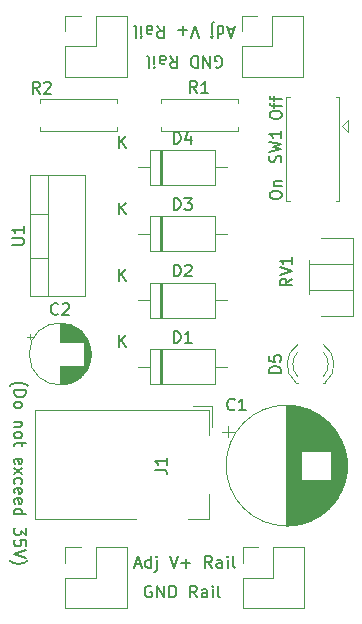
<source format=gto>
G04 #@! TF.GenerationSoftware,KiCad,Pcbnew,(5.1.4)-1*
G04 #@! TF.CreationDate,2021-12-08T14:09:57-07:00*
G04 #@! TF.ProjectId,BreadBoard PS Variable,42726561-6442-46f6-9172-642050532056,2*
G04 #@! TF.SameCoordinates,Original*
G04 #@! TF.FileFunction,Legend,Top*
G04 #@! TF.FilePolarity,Positive*
%FSLAX46Y46*%
G04 Gerber Fmt 4.6, Leading zero omitted, Abs format (unit mm)*
G04 Created by KiCad (PCBNEW (5.1.4)-1) date 2021-12-08 14:09:57*
%MOMM*%
%LPD*%
G04 APERTURE LIST*
%ADD10C,0.150000*%
%ADD11C,0.120000*%
G04 APERTURE END LIST*
D10*
X160298876Y-74115633D02*
X159822685Y-74115633D01*
X160394114Y-73829919D02*
X160060780Y-74829919D01*
X159727447Y-73829919D01*
X158965542Y-73829919D02*
X158965542Y-74829919D01*
X158965542Y-73877538D02*
X159060780Y-73829919D01*
X159251257Y-73829919D01*
X159346495Y-73877538D01*
X159394114Y-73925157D01*
X159441733Y-74020395D01*
X159441733Y-74306109D01*
X159394114Y-74401347D01*
X159346495Y-74448966D01*
X159251257Y-74496585D01*
X159060780Y-74496585D01*
X158965542Y-74448966D01*
X158489352Y-74496585D02*
X158489352Y-73639442D01*
X158536971Y-73544204D01*
X158632209Y-73496585D01*
X158679828Y-73496585D01*
X158489352Y-74829919D02*
X158536971Y-74782300D01*
X158489352Y-74734680D01*
X158441733Y-74782300D01*
X158489352Y-74829919D01*
X158489352Y-74734680D01*
X157394114Y-74829919D02*
X157060780Y-73829919D01*
X156727447Y-74829919D01*
X156394114Y-74210871D02*
X155632209Y-74210871D01*
X156013161Y-73829919D02*
X156013161Y-74591823D01*
X153822685Y-73829919D02*
X154156019Y-74306109D01*
X154394114Y-73829919D02*
X154394114Y-74829919D01*
X154013161Y-74829919D01*
X153917923Y-74782300D01*
X153870304Y-74734680D01*
X153822685Y-74639442D01*
X153822685Y-74496585D01*
X153870304Y-74401347D01*
X153917923Y-74353728D01*
X154013161Y-74306109D01*
X154394114Y-74306109D01*
X152965542Y-73829919D02*
X152965542Y-74353728D01*
X153013161Y-74448966D01*
X153108400Y-74496585D01*
X153298876Y-74496585D01*
X153394114Y-74448966D01*
X152965542Y-73877538D02*
X153060780Y-73829919D01*
X153298876Y-73829919D01*
X153394114Y-73877538D01*
X153441733Y-73972776D01*
X153441733Y-74068014D01*
X153394114Y-74163252D01*
X153298876Y-74210871D01*
X153060780Y-74210871D01*
X152965542Y-74258490D01*
X152489352Y-73829919D02*
X152489352Y-74496585D01*
X152489352Y-74829919D02*
X152536971Y-74782300D01*
X152489352Y-74734680D01*
X152441733Y-74782300D01*
X152489352Y-74829919D01*
X152489352Y-74734680D01*
X151870304Y-73829919D02*
X151965542Y-73877538D01*
X152013161Y-73972776D01*
X152013161Y-74829919D01*
X158792538Y-77335000D02*
X158887776Y-77382619D01*
X159030633Y-77382619D01*
X159173490Y-77335000D01*
X159268728Y-77239761D01*
X159316347Y-77144523D01*
X159363966Y-76954047D01*
X159363966Y-76811190D01*
X159316347Y-76620714D01*
X159268728Y-76525476D01*
X159173490Y-76430238D01*
X159030633Y-76382619D01*
X158935395Y-76382619D01*
X158792538Y-76430238D01*
X158744919Y-76477857D01*
X158744919Y-76811190D01*
X158935395Y-76811190D01*
X158316347Y-76382619D02*
X158316347Y-77382619D01*
X157744919Y-76382619D01*
X157744919Y-77382619D01*
X157268728Y-76382619D02*
X157268728Y-77382619D01*
X157030633Y-77382619D01*
X156887776Y-77335000D01*
X156792538Y-77239761D01*
X156744919Y-77144523D01*
X156697300Y-76954047D01*
X156697300Y-76811190D01*
X156744919Y-76620714D01*
X156792538Y-76525476D01*
X156887776Y-76430238D01*
X157030633Y-76382619D01*
X157268728Y-76382619D01*
X154935395Y-76382619D02*
X155268728Y-76858809D01*
X155506823Y-76382619D02*
X155506823Y-77382619D01*
X155125871Y-77382619D01*
X155030633Y-77335000D01*
X154983014Y-77287380D01*
X154935395Y-77192142D01*
X154935395Y-77049285D01*
X154983014Y-76954047D01*
X155030633Y-76906428D01*
X155125871Y-76858809D01*
X155506823Y-76858809D01*
X154078252Y-76382619D02*
X154078252Y-76906428D01*
X154125871Y-77001666D01*
X154221109Y-77049285D01*
X154411585Y-77049285D01*
X154506823Y-77001666D01*
X154078252Y-76430238D02*
X154173490Y-76382619D01*
X154411585Y-76382619D01*
X154506823Y-76430238D01*
X154554442Y-76525476D01*
X154554442Y-76620714D01*
X154506823Y-76715952D01*
X154411585Y-76763571D01*
X154173490Y-76763571D01*
X154078252Y-76811190D01*
X153602061Y-76382619D02*
X153602061Y-77049285D01*
X153602061Y-77382619D02*
X153649680Y-77335000D01*
X153602061Y-77287380D01*
X153554442Y-77335000D01*
X153602061Y-77382619D01*
X153602061Y-77287380D01*
X152983014Y-76382619D02*
X153078252Y-76430238D01*
X153125871Y-76525476D01*
X153125871Y-77382619D01*
X153360761Y-121267600D02*
X153265523Y-121219980D01*
X153122666Y-121219980D01*
X152979809Y-121267600D01*
X152884571Y-121362838D01*
X152836952Y-121458076D01*
X152789333Y-121648552D01*
X152789333Y-121791409D01*
X152836952Y-121981885D01*
X152884571Y-122077123D01*
X152979809Y-122172361D01*
X153122666Y-122219980D01*
X153217904Y-122219980D01*
X153360761Y-122172361D01*
X153408380Y-122124742D01*
X153408380Y-121791409D01*
X153217904Y-121791409D01*
X153836952Y-122219980D02*
X153836952Y-121219980D01*
X154408380Y-122219980D01*
X154408380Y-121219980D01*
X154884571Y-122219980D02*
X154884571Y-121219980D01*
X155122666Y-121219980D01*
X155265523Y-121267600D01*
X155360761Y-121362838D01*
X155408380Y-121458076D01*
X155456000Y-121648552D01*
X155456000Y-121791409D01*
X155408380Y-121981885D01*
X155360761Y-122077123D01*
X155265523Y-122172361D01*
X155122666Y-122219980D01*
X154884571Y-122219980D01*
X157217904Y-122219980D02*
X156884571Y-121743790D01*
X156646476Y-122219980D02*
X156646476Y-121219980D01*
X157027428Y-121219980D01*
X157122666Y-121267600D01*
X157170285Y-121315219D01*
X157217904Y-121410457D01*
X157217904Y-121553314D01*
X157170285Y-121648552D01*
X157122666Y-121696171D01*
X157027428Y-121743790D01*
X156646476Y-121743790D01*
X158075047Y-122219980D02*
X158075047Y-121696171D01*
X158027428Y-121600933D01*
X157932190Y-121553314D01*
X157741714Y-121553314D01*
X157646476Y-121600933D01*
X158075047Y-122172361D02*
X157979809Y-122219980D01*
X157741714Y-122219980D01*
X157646476Y-122172361D01*
X157598857Y-122077123D01*
X157598857Y-121981885D01*
X157646476Y-121886647D01*
X157741714Y-121839028D01*
X157979809Y-121839028D01*
X158075047Y-121791409D01*
X158551238Y-122219980D02*
X158551238Y-121553314D01*
X158551238Y-121219980D02*
X158503619Y-121267600D01*
X158551238Y-121315219D01*
X158598857Y-121267600D01*
X158551238Y-121219980D01*
X158551238Y-121315219D01*
X159170285Y-122219980D02*
X159075047Y-122172361D01*
X159027428Y-122077123D01*
X159027428Y-121219980D01*
X151994123Y-119432366D02*
X152470314Y-119432366D01*
X151898885Y-119718080D02*
X152232219Y-118718080D01*
X152565552Y-119718080D01*
X153327457Y-119718080D02*
X153327457Y-118718080D01*
X153327457Y-119670461D02*
X153232219Y-119718080D01*
X153041742Y-119718080D01*
X152946504Y-119670461D01*
X152898885Y-119622842D01*
X152851266Y-119527604D01*
X152851266Y-119241890D01*
X152898885Y-119146652D01*
X152946504Y-119099033D01*
X153041742Y-119051414D01*
X153232219Y-119051414D01*
X153327457Y-119099033D01*
X153803647Y-119051414D02*
X153803647Y-119908557D01*
X153756028Y-120003795D01*
X153660790Y-120051414D01*
X153613171Y-120051414D01*
X153803647Y-118718080D02*
X153756028Y-118765700D01*
X153803647Y-118813319D01*
X153851266Y-118765700D01*
X153803647Y-118718080D01*
X153803647Y-118813319D01*
X154898885Y-118718080D02*
X155232219Y-119718080D01*
X155565552Y-118718080D01*
X155898885Y-119337128D02*
X156660790Y-119337128D01*
X156279838Y-119718080D02*
X156279838Y-118956176D01*
X158470314Y-119718080D02*
X158136980Y-119241890D01*
X157898885Y-119718080D02*
X157898885Y-118718080D01*
X158279838Y-118718080D01*
X158375076Y-118765700D01*
X158422695Y-118813319D01*
X158470314Y-118908557D01*
X158470314Y-119051414D01*
X158422695Y-119146652D01*
X158375076Y-119194271D01*
X158279838Y-119241890D01*
X157898885Y-119241890D01*
X159327457Y-119718080D02*
X159327457Y-119194271D01*
X159279838Y-119099033D01*
X159184600Y-119051414D01*
X158994123Y-119051414D01*
X158898885Y-119099033D01*
X159327457Y-119670461D02*
X159232219Y-119718080D01*
X158994123Y-119718080D01*
X158898885Y-119670461D01*
X158851266Y-119575223D01*
X158851266Y-119479985D01*
X158898885Y-119384747D01*
X158994123Y-119337128D01*
X159232219Y-119337128D01*
X159327457Y-119289509D01*
X159803647Y-119718080D02*
X159803647Y-119051414D01*
X159803647Y-118718080D02*
X159756028Y-118765700D01*
X159803647Y-118813319D01*
X159851266Y-118765700D01*
X159803647Y-118718080D01*
X159803647Y-118813319D01*
X160422695Y-119718080D02*
X160327457Y-119670461D01*
X160279838Y-119575223D01*
X160279838Y-118718080D01*
X141343166Y-104328247D02*
X141390785Y-104280628D01*
X141533642Y-104185390D01*
X141628880Y-104137771D01*
X141771738Y-104090152D01*
X142009833Y-104042533D01*
X142200309Y-104042533D01*
X142438404Y-104090152D01*
X142581261Y-104137771D01*
X142676500Y-104185390D01*
X142819357Y-104280628D01*
X142866976Y-104328247D01*
X141724119Y-104709200D02*
X142724119Y-104709200D01*
X142724119Y-104947295D01*
X142676500Y-105090152D01*
X142581261Y-105185390D01*
X142486023Y-105233009D01*
X142295547Y-105280628D01*
X142152690Y-105280628D01*
X141962214Y-105233009D01*
X141866976Y-105185390D01*
X141771738Y-105090152D01*
X141724119Y-104947295D01*
X141724119Y-104709200D01*
X141724119Y-105852057D02*
X141771738Y-105756819D01*
X141819357Y-105709200D01*
X141914595Y-105661580D01*
X142200309Y-105661580D01*
X142295547Y-105709200D01*
X142343166Y-105756819D01*
X142390785Y-105852057D01*
X142390785Y-105994914D01*
X142343166Y-106090152D01*
X142295547Y-106137771D01*
X142200309Y-106185390D01*
X141914595Y-106185390D01*
X141819357Y-106137771D01*
X141771738Y-106090152D01*
X141724119Y-105994914D01*
X141724119Y-105852057D01*
X142390785Y-107375866D02*
X141724119Y-107375866D01*
X142295547Y-107375866D02*
X142343166Y-107423485D01*
X142390785Y-107518723D01*
X142390785Y-107661580D01*
X142343166Y-107756819D01*
X142247928Y-107804438D01*
X141724119Y-107804438D01*
X141724119Y-108423485D02*
X141771738Y-108328247D01*
X141819357Y-108280628D01*
X141914595Y-108233009D01*
X142200309Y-108233009D01*
X142295547Y-108280628D01*
X142343166Y-108328247D01*
X142390785Y-108423485D01*
X142390785Y-108566342D01*
X142343166Y-108661580D01*
X142295547Y-108709200D01*
X142200309Y-108756819D01*
X141914595Y-108756819D01*
X141819357Y-108709200D01*
X141771738Y-108661580D01*
X141724119Y-108566342D01*
X141724119Y-108423485D01*
X142390785Y-109042533D02*
X142390785Y-109423485D01*
X142724119Y-109185390D02*
X141866976Y-109185390D01*
X141771738Y-109233009D01*
X141724119Y-109328247D01*
X141724119Y-109423485D01*
X141771738Y-110899676D02*
X141724119Y-110804438D01*
X141724119Y-110613961D01*
X141771738Y-110518723D01*
X141866976Y-110471104D01*
X142247928Y-110471104D01*
X142343166Y-110518723D01*
X142390785Y-110613961D01*
X142390785Y-110804438D01*
X142343166Y-110899676D01*
X142247928Y-110947295D01*
X142152690Y-110947295D01*
X142057452Y-110471104D01*
X141724119Y-111280628D02*
X142390785Y-111804438D01*
X142390785Y-111280628D02*
X141724119Y-111804438D01*
X141771738Y-112613961D02*
X141724119Y-112518723D01*
X141724119Y-112328247D01*
X141771738Y-112233009D01*
X141819357Y-112185390D01*
X141914595Y-112137771D01*
X142200309Y-112137771D01*
X142295547Y-112185390D01*
X142343166Y-112233009D01*
X142390785Y-112328247D01*
X142390785Y-112518723D01*
X142343166Y-112613961D01*
X141771738Y-113423485D02*
X141724119Y-113328247D01*
X141724119Y-113137771D01*
X141771738Y-113042533D01*
X141866976Y-112994914D01*
X142247928Y-112994914D01*
X142343166Y-113042533D01*
X142390785Y-113137771D01*
X142390785Y-113328247D01*
X142343166Y-113423485D01*
X142247928Y-113471104D01*
X142152690Y-113471104D01*
X142057452Y-112994914D01*
X141771738Y-114280628D02*
X141724119Y-114185390D01*
X141724119Y-113994914D01*
X141771738Y-113899676D01*
X141866976Y-113852057D01*
X142247928Y-113852057D01*
X142343166Y-113899676D01*
X142390785Y-113994914D01*
X142390785Y-114185390D01*
X142343166Y-114280628D01*
X142247928Y-114328247D01*
X142152690Y-114328247D01*
X142057452Y-113852057D01*
X141724119Y-115185390D02*
X142724119Y-115185390D01*
X141771738Y-115185390D02*
X141724119Y-115090152D01*
X141724119Y-114899676D01*
X141771738Y-114804438D01*
X141819357Y-114756819D01*
X141914595Y-114709200D01*
X142200309Y-114709200D01*
X142295547Y-114756819D01*
X142343166Y-114804438D01*
X142390785Y-114899676D01*
X142390785Y-115090152D01*
X142343166Y-115185390D01*
X142724119Y-116328247D02*
X142724119Y-116947295D01*
X142343166Y-116613961D01*
X142343166Y-116756819D01*
X142295547Y-116852057D01*
X142247928Y-116899676D01*
X142152690Y-116947295D01*
X141914595Y-116947295D01*
X141819357Y-116899676D01*
X141771738Y-116852057D01*
X141724119Y-116756819D01*
X141724119Y-116471104D01*
X141771738Y-116375866D01*
X141819357Y-116328247D01*
X142724119Y-117852057D02*
X142724119Y-117375866D01*
X142247928Y-117328247D01*
X142295547Y-117375866D01*
X142343166Y-117471104D01*
X142343166Y-117709200D01*
X142295547Y-117804438D01*
X142247928Y-117852057D01*
X142152690Y-117899676D01*
X141914595Y-117899676D01*
X141819357Y-117852057D01*
X141771738Y-117804438D01*
X141724119Y-117709200D01*
X141724119Y-117471104D01*
X141771738Y-117375866D01*
X141819357Y-117328247D01*
X142724119Y-118185390D02*
X141724119Y-118518723D01*
X142724119Y-118852057D01*
X141343166Y-119090152D02*
X141390785Y-119137771D01*
X141533642Y-119233009D01*
X141628880Y-119280628D01*
X141771738Y-119328247D01*
X142009833Y-119375866D01*
X142200309Y-119375866D01*
X142438404Y-119328247D01*
X142581261Y-119280628D01*
X142676500Y-119233009D01*
X142819357Y-119137771D01*
X142866976Y-119090152D01*
X163383980Y-81464066D02*
X163383980Y-81273590D01*
X163431600Y-81178352D01*
X163526838Y-81083114D01*
X163717314Y-81035495D01*
X164050647Y-81035495D01*
X164241123Y-81083114D01*
X164336361Y-81178352D01*
X164383980Y-81273590D01*
X164383980Y-81464066D01*
X164336361Y-81559304D01*
X164241123Y-81654542D01*
X164050647Y-81702161D01*
X163717314Y-81702161D01*
X163526838Y-81654542D01*
X163431600Y-81559304D01*
X163383980Y-81464066D01*
X163717314Y-80749780D02*
X163717314Y-80368828D01*
X164383980Y-80606923D02*
X163526838Y-80606923D01*
X163431600Y-80559304D01*
X163383980Y-80464066D01*
X163383980Y-80368828D01*
X163717314Y-80178352D02*
X163717314Y-79797400D01*
X164383980Y-80035495D02*
X163526838Y-80035495D01*
X163431600Y-79987876D01*
X163383980Y-79892638D01*
X163383980Y-79797400D01*
X163371280Y-88253819D02*
X163371280Y-88063342D01*
X163418900Y-87968104D01*
X163514138Y-87872866D01*
X163704614Y-87825247D01*
X164037947Y-87825247D01*
X164228423Y-87872866D01*
X164323661Y-87968104D01*
X164371280Y-88063342D01*
X164371280Y-88253819D01*
X164323661Y-88349057D01*
X164228423Y-88444295D01*
X164037947Y-88491914D01*
X163704614Y-88491914D01*
X163514138Y-88444295D01*
X163418900Y-88349057D01*
X163371280Y-88253819D01*
X163704614Y-87396676D02*
X164371280Y-87396676D01*
X163799852Y-87396676D02*
X163752233Y-87349057D01*
X163704614Y-87253819D01*
X163704614Y-87110961D01*
X163752233Y-87015723D01*
X163847471Y-86968104D01*
X164371280Y-86968104D01*
D11*
X143072825Y-99887700D02*
X143072825Y-100387700D01*
X142822825Y-100137700D02*
X143322825Y-100137700D01*
X148228600Y-101328700D02*
X148228600Y-101896700D01*
X148188600Y-101094700D02*
X148188600Y-102130700D01*
X148148600Y-100935700D02*
X148148600Y-102289700D01*
X148108600Y-100807700D02*
X148108600Y-102417700D01*
X148068600Y-100697700D02*
X148068600Y-102527700D01*
X148028600Y-100601700D02*
X148028600Y-102623700D01*
X147988600Y-100514700D02*
X147988600Y-102710700D01*
X147948600Y-100434700D02*
X147948600Y-102790700D01*
X147908600Y-100361700D02*
X147908600Y-102863700D01*
X147868600Y-100293700D02*
X147868600Y-102931700D01*
X147828600Y-100229700D02*
X147828600Y-102995700D01*
X147788600Y-100169700D02*
X147788600Y-103055700D01*
X147748600Y-100112700D02*
X147748600Y-103112700D01*
X147708600Y-100058700D02*
X147708600Y-103166700D01*
X147668600Y-100007700D02*
X147668600Y-103217700D01*
X147628600Y-102652700D02*
X147628600Y-103265700D01*
X147628600Y-99959700D02*
X147628600Y-100572700D01*
X147588600Y-102652700D02*
X147588600Y-103311700D01*
X147588600Y-99913700D02*
X147588600Y-100572700D01*
X147548600Y-102652700D02*
X147548600Y-103355700D01*
X147548600Y-99869700D02*
X147548600Y-100572700D01*
X147508600Y-102652700D02*
X147508600Y-103397700D01*
X147508600Y-99827700D02*
X147508600Y-100572700D01*
X147468600Y-102652700D02*
X147468600Y-103438700D01*
X147468600Y-99786700D02*
X147468600Y-100572700D01*
X147428600Y-102652700D02*
X147428600Y-103476700D01*
X147428600Y-99748700D02*
X147428600Y-100572700D01*
X147388600Y-102652700D02*
X147388600Y-103513700D01*
X147388600Y-99711700D02*
X147388600Y-100572700D01*
X147348600Y-102652700D02*
X147348600Y-103549700D01*
X147348600Y-99675700D02*
X147348600Y-100572700D01*
X147308600Y-102652700D02*
X147308600Y-103583700D01*
X147308600Y-99641700D02*
X147308600Y-100572700D01*
X147268600Y-102652700D02*
X147268600Y-103616700D01*
X147268600Y-99608700D02*
X147268600Y-100572700D01*
X147228600Y-102652700D02*
X147228600Y-103647700D01*
X147228600Y-99577700D02*
X147228600Y-100572700D01*
X147188600Y-102652700D02*
X147188600Y-103677700D01*
X147188600Y-99547700D02*
X147188600Y-100572700D01*
X147148600Y-102652700D02*
X147148600Y-103707700D01*
X147148600Y-99517700D02*
X147148600Y-100572700D01*
X147108600Y-102652700D02*
X147108600Y-103734700D01*
X147108600Y-99490700D02*
X147108600Y-100572700D01*
X147068600Y-102652700D02*
X147068600Y-103761700D01*
X147068600Y-99463700D02*
X147068600Y-100572700D01*
X147028600Y-102652700D02*
X147028600Y-103787700D01*
X147028600Y-99437700D02*
X147028600Y-100572700D01*
X146988600Y-102652700D02*
X146988600Y-103812700D01*
X146988600Y-99412700D02*
X146988600Y-100572700D01*
X146948600Y-102652700D02*
X146948600Y-103836700D01*
X146948600Y-99388700D02*
X146948600Y-100572700D01*
X146908600Y-102652700D02*
X146908600Y-103859700D01*
X146908600Y-99365700D02*
X146908600Y-100572700D01*
X146868600Y-102652700D02*
X146868600Y-103880700D01*
X146868600Y-99344700D02*
X146868600Y-100572700D01*
X146828600Y-102652700D02*
X146828600Y-103902700D01*
X146828600Y-99322700D02*
X146828600Y-100572700D01*
X146788600Y-102652700D02*
X146788600Y-103922700D01*
X146788600Y-99302700D02*
X146788600Y-100572700D01*
X146748600Y-102652700D02*
X146748600Y-103941700D01*
X146748600Y-99283700D02*
X146748600Y-100572700D01*
X146708600Y-102652700D02*
X146708600Y-103960700D01*
X146708600Y-99264700D02*
X146708600Y-100572700D01*
X146668600Y-102652700D02*
X146668600Y-103977700D01*
X146668600Y-99247700D02*
X146668600Y-100572700D01*
X146628600Y-102652700D02*
X146628600Y-103994700D01*
X146628600Y-99230700D02*
X146628600Y-100572700D01*
X146588600Y-102652700D02*
X146588600Y-104010700D01*
X146588600Y-99214700D02*
X146588600Y-100572700D01*
X146548600Y-102652700D02*
X146548600Y-104026700D01*
X146548600Y-99198700D02*
X146548600Y-100572700D01*
X146508600Y-102652700D02*
X146508600Y-104040700D01*
X146508600Y-99184700D02*
X146508600Y-100572700D01*
X146468600Y-102652700D02*
X146468600Y-104054700D01*
X146468600Y-99170700D02*
X146468600Y-100572700D01*
X146428600Y-102652700D02*
X146428600Y-104067700D01*
X146428600Y-99157700D02*
X146428600Y-100572700D01*
X146388600Y-102652700D02*
X146388600Y-104080700D01*
X146388600Y-99144700D02*
X146388600Y-100572700D01*
X146348600Y-102652700D02*
X146348600Y-104092700D01*
X146348600Y-99132700D02*
X146348600Y-100572700D01*
X146307600Y-102652700D02*
X146307600Y-104103700D01*
X146307600Y-99121700D02*
X146307600Y-100572700D01*
X146267600Y-102652700D02*
X146267600Y-104113700D01*
X146267600Y-99111700D02*
X146267600Y-100572700D01*
X146227600Y-102652700D02*
X146227600Y-104123700D01*
X146227600Y-99101700D02*
X146227600Y-100572700D01*
X146187600Y-102652700D02*
X146187600Y-104132700D01*
X146187600Y-99092700D02*
X146187600Y-100572700D01*
X146147600Y-102652700D02*
X146147600Y-104140700D01*
X146147600Y-99084700D02*
X146147600Y-100572700D01*
X146107600Y-102652700D02*
X146107600Y-104148700D01*
X146107600Y-99076700D02*
X146107600Y-100572700D01*
X146067600Y-102652700D02*
X146067600Y-104155700D01*
X146067600Y-99069700D02*
X146067600Y-100572700D01*
X146027600Y-102652700D02*
X146027600Y-104162700D01*
X146027600Y-99062700D02*
X146027600Y-100572700D01*
X145987600Y-102652700D02*
X145987600Y-104168700D01*
X145987600Y-99056700D02*
X145987600Y-100572700D01*
X145947600Y-102652700D02*
X145947600Y-104173700D01*
X145947600Y-99051700D02*
X145947600Y-100572700D01*
X145907600Y-102652700D02*
X145907600Y-104177700D01*
X145907600Y-99047700D02*
X145907600Y-100572700D01*
X145867600Y-102652700D02*
X145867600Y-104181700D01*
X145867600Y-99043700D02*
X145867600Y-100572700D01*
X145827600Y-102652700D02*
X145827600Y-104185700D01*
X145827600Y-99039700D02*
X145827600Y-100572700D01*
X145787600Y-102652700D02*
X145787600Y-104188700D01*
X145787600Y-99036700D02*
X145787600Y-100572700D01*
X145747600Y-102652700D02*
X145747600Y-104190700D01*
X145747600Y-99034700D02*
X145747600Y-100572700D01*
X145707600Y-102652700D02*
X145707600Y-104191700D01*
X145707600Y-99033700D02*
X145707600Y-100572700D01*
X145667600Y-99032700D02*
X145667600Y-100572700D01*
X145667600Y-102652700D02*
X145667600Y-104192700D01*
X145627600Y-99032700D02*
X145627600Y-100572700D01*
X145627600Y-102652700D02*
X145627600Y-104192700D01*
X148247600Y-101612700D02*
G75*
G03X148247600Y-101612700I-2620000J0D01*
G01*
X143097500Y-89766800D02*
X144607500Y-89766800D01*
X143097500Y-93467800D02*
X144607500Y-93467800D01*
X144607500Y-96737800D02*
X144607500Y-86497800D01*
X143097500Y-86497800D02*
X147738500Y-86497800D01*
X143097500Y-96737800D02*
X147738500Y-96737800D01*
X147738500Y-96737800D02*
X147738500Y-86497800D01*
X143097500Y-96737800D02*
X143097500Y-86497800D01*
X169977700Y-82783300D02*
X169977700Y-81783300D01*
X169477700Y-82283300D02*
X169977700Y-82783300D01*
X169977700Y-81783300D02*
X169477700Y-82283300D01*
X164757700Y-88693300D02*
X165067700Y-88693300D01*
X164757700Y-79873300D02*
X165067700Y-79873300D01*
X168967700Y-79873300D02*
X169277700Y-79873300D01*
X164757700Y-88693300D02*
X164757700Y-79873300D01*
X169277700Y-88693300D02*
X168967700Y-88693300D01*
X169277700Y-79873300D02*
X169277700Y-88693300D01*
X170434500Y-93988400D02*
X170434500Y-96228400D01*
X166693500Y-93988400D02*
X166693500Y-96228400D01*
X166693500Y-96228400D02*
X170434500Y-96228400D01*
X166693500Y-93988400D02*
X170434500Y-93988400D01*
X166693500Y-93674400D02*
X166693500Y-96543400D01*
X170434500Y-91838400D02*
X170434500Y-98378400D01*
X167739500Y-98378400D02*
X170434500Y-98378400D01*
X167739500Y-91838400D02*
X170434500Y-91838400D01*
X150450300Y-82738900D02*
X150450300Y-82408900D01*
X143910300Y-82738900D02*
X150450300Y-82738900D01*
X143910300Y-82408900D02*
X143910300Y-82738900D01*
X150450300Y-79998900D02*
X150450300Y-80328900D01*
X143910300Y-79998900D02*
X150450300Y-79998900D01*
X143910300Y-80328900D02*
X143910300Y-79998900D01*
X169913300Y-111061500D02*
G75*
G03X169913300Y-111061500I-5120000J0D01*
G01*
X164793300Y-105981500D02*
X164793300Y-116141500D01*
X164833300Y-105981500D02*
X164833300Y-116141500D01*
X164873300Y-105981500D02*
X164873300Y-116141500D01*
X164913300Y-105982500D02*
X164913300Y-116140500D01*
X164953300Y-105983500D02*
X164953300Y-116139500D01*
X164993300Y-105984500D02*
X164993300Y-116138500D01*
X165033300Y-105986500D02*
X165033300Y-116136500D01*
X165073300Y-105988500D02*
X165073300Y-116134500D01*
X165113300Y-105991500D02*
X165113300Y-116131500D01*
X165153300Y-105993500D02*
X165153300Y-116129500D01*
X165193300Y-105996500D02*
X165193300Y-116126500D01*
X165233300Y-105999500D02*
X165233300Y-116123500D01*
X165273300Y-106003500D02*
X165273300Y-116119500D01*
X165313300Y-106007500D02*
X165313300Y-116115500D01*
X165353300Y-106011500D02*
X165353300Y-116111500D01*
X165393300Y-106016500D02*
X165393300Y-116106500D01*
X165433300Y-106021500D02*
X165433300Y-116101500D01*
X165473300Y-106026500D02*
X165473300Y-116096500D01*
X165514300Y-106031500D02*
X165514300Y-116091500D01*
X165554300Y-106037500D02*
X165554300Y-116085500D01*
X165594300Y-106043500D02*
X165594300Y-116079500D01*
X165634300Y-106050500D02*
X165634300Y-116072500D01*
X165674300Y-106057500D02*
X165674300Y-116065500D01*
X165714300Y-106064500D02*
X165714300Y-116058500D01*
X165754300Y-106071500D02*
X165754300Y-116051500D01*
X165794300Y-106079500D02*
X165794300Y-116043500D01*
X165834300Y-106087500D02*
X165834300Y-116035500D01*
X165874300Y-106096500D02*
X165874300Y-116026500D01*
X165914300Y-106105500D02*
X165914300Y-116017500D01*
X165954300Y-106114500D02*
X165954300Y-116008500D01*
X165994300Y-106123500D02*
X165994300Y-115999500D01*
X166034300Y-106133500D02*
X166034300Y-115989500D01*
X166074300Y-106143500D02*
X166074300Y-109820500D01*
X166074300Y-112302500D02*
X166074300Y-115979500D01*
X166114300Y-106154500D02*
X166114300Y-109820500D01*
X166114300Y-112302500D02*
X166114300Y-115968500D01*
X166154300Y-106164500D02*
X166154300Y-109820500D01*
X166154300Y-112302500D02*
X166154300Y-115958500D01*
X166194300Y-106176500D02*
X166194300Y-109820500D01*
X166194300Y-112302500D02*
X166194300Y-115946500D01*
X166234300Y-106187500D02*
X166234300Y-109820500D01*
X166234300Y-112302500D02*
X166234300Y-115935500D01*
X166274300Y-106199500D02*
X166274300Y-109820500D01*
X166274300Y-112302500D02*
X166274300Y-115923500D01*
X166314300Y-106211500D02*
X166314300Y-109820500D01*
X166314300Y-112302500D02*
X166314300Y-115911500D01*
X166354300Y-106224500D02*
X166354300Y-109820500D01*
X166354300Y-112302500D02*
X166354300Y-115898500D01*
X166394300Y-106237500D02*
X166394300Y-109820500D01*
X166394300Y-112302500D02*
X166394300Y-115885500D01*
X166434300Y-106250500D02*
X166434300Y-109820500D01*
X166434300Y-112302500D02*
X166434300Y-115872500D01*
X166474300Y-106264500D02*
X166474300Y-109820500D01*
X166474300Y-112302500D02*
X166474300Y-115858500D01*
X166514300Y-106278500D02*
X166514300Y-109820500D01*
X166514300Y-112302500D02*
X166514300Y-115844500D01*
X166554300Y-106293500D02*
X166554300Y-109820500D01*
X166554300Y-112302500D02*
X166554300Y-115829500D01*
X166594300Y-106307500D02*
X166594300Y-109820500D01*
X166594300Y-112302500D02*
X166594300Y-115815500D01*
X166634300Y-106323500D02*
X166634300Y-109820500D01*
X166634300Y-112302500D02*
X166634300Y-115799500D01*
X166674300Y-106338500D02*
X166674300Y-109820500D01*
X166674300Y-112302500D02*
X166674300Y-115784500D01*
X166714300Y-106354500D02*
X166714300Y-109820500D01*
X166714300Y-112302500D02*
X166714300Y-115768500D01*
X166754300Y-106371500D02*
X166754300Y-109820500D01*
X166754300Y-112302500D02*
X166754300Y-115751500D01*
X166794300Y-106387500D02*
X166794300Y-109820500D01*
X166794300Y-112302500D02*
X166794300Y-115735500D01*
X166834300Y-106404500D02*
X166834300Y-109820500D01*
X166834300Y-112302500D02*
X166834300Y-115718500D01*
X166874300Y-106422500D02*
X166874300Y-109820500D01*
X166874300Y-112302500D02*
X166874300Y-115700500D01*
X166914300Y-106440500D02*
X166914300Y-109820500D01*
X166914300Y-112302500D02*
X166914300Y-115682500D01*
X166954300Y-106458500D02*
X166954300Y-109820500D01*
X166954300Y-112302500D02*
X166954300Y-115664500D01*
X166994300Y-106477500D02*
X166994300Y-109820500D01*
X166994300Y-112302500D02*
X166994300Y-115645500D01*
X167034300Y-106497500D02*
X167034300Y-109820500D01*
X167034300Y-112302500D02*
X167034300Y-115625500D01*
X167074300Y-106516500D02*
X167074300Y-109820500D01*
X167074300Y-112302500D02*
X167074300Y-115606500D01*
X167114300Y-106536500D02*
X167114300Y-109820500D01*
X167114300Y-112302500D02*
X167114300Y-115586500D01*
X167154300Y-106557500D02*
X167154300Y-109820500D01*
X167154300Y-112302500D02*
X167154300Y-115565500D01*
X167194300Y-106578500D02*
X167194300Y-109820500D01*
X167194300Y-112302500D02*
X167194300Y-115544500D01*
X167234300Y-106599500D02*
X167234300Y-109820500D01*
X167234300Y-112302500D02*
X167234300Y-115523500D01*
X167274300Y-106621500D02*
X167274300Y-109820500D01*
X167274300Y-112302500D02*
X167274300Y-115501500D01*
X167314300Y-106644500D02*
X167314300Y-109820500D01*
X167314300Y-112302500D02*
X167314300Y-115478500D01*
X167354300Y-106666500D02*
X167354300Y-109820500D01*
X167354300Y-112302500D02*
X167354300Y-115456500D01*
X167394300Y-106690500D02*
X167394300Y-109820500D01*
X167394300Y-112302500D02*
X167394300Y-115432500D01*
X167434300Y-106714500D02*
X167434300Y-109820500D01*
X167434300Y-112302500D02*
X167434300Y-115408500D01*
X167474300Y-106738500D02*
X167474300Y-109820500D01*
X167474300Y-112302500D02*
X167474300Y-115384500D01*
X167514300Y-106763500D02*
X167514300Y-109820500D01*
X167514300Y-112302500D02*
X167514300Y-115359500D01*
X167554300Y-106788500D02*
X167554300Y-109820500D01*
X167554300Y-112302500D02*
X167554300Y-115334500D01*
X167594300Y-106814500D02*
X167594300Y-109820500D01*
X167594300Y-112302500D02*
X167594300Y-115308500D01*
X167634300Y-106840500D02*
X167634300Y-109820500D01*
X167634300Y-112302500D02*
X167634300Y-115282500D01*
X167674300Y-106867500D02*
X167674300Y-109820500D01*
X167674300Y-112302500D02*
X167674300Y-115255500D01*
X167714300Y-106895500D02*
X167714300Y-109820500D01*
X167714300Y-112302500D02*
X167714300Y-115227500D01*
X167754300Y-106923500D02*
X167754300Y-109820500D01*
X167754300Y-112302500D02*
X167754300Y-115199500D01*
X167794300Y-106951500D02*
X167794300Y-109820500D01*
X167794300Y-112302500D02*
X167794300Y-115171500D01*
X167834300Y-106981500D02*
X167834300Y-109820500D01*
X167834300Y-112302500D02*
X167834300Y-115141500D01*
X167874300Y-107011500D02*
X167874300Y-109820500D01*
X167874300Y-112302500D02*
X167874300Y-115111500D01*
X167914300Y-107041500D02*
X167914300Y-109820500D01*
X167914300Y-112302500D02*
X167914300Y-115081500D01*
X167954300Y-107072500D02*
X167954300Y-109820500D01*
X167954300Y-112302500D02*
X167954300Y-115050500D01*
X167994300Y-107104500D02*
X167994300Y-109820500D01*
X167994300Y-112302500D02*
X167994300Y-115018500D01*
X168034300Y-107136500D02*
X168034300Y-109820500D01*
X168034300Y-112302500D02*
X168034300Y-114986500D01*
X168074300Y-107169500D02*
X168074300Y-109820500D01*
X168074300Y-112302500D02*
X168074300Y-114953500D01*
X168114300Y-107203500D02*
X168114300Y-109820500D01*
X168114300Y-112302500D02*
X168114300Y-114919500D01*
X168154300Y-107237500D02*
X168154300Y-109820500D01*
X168154300Y-112302500D02*
X168154300Y-114885500D01*
X168194300Y-107272500D02*
X168194300Y-109820500D01*
X168194300Y-112302500D02*
X168194300Y-114850500D01*
X168234300Y-107308500D02*
X168234300Y-109820500D01*
X168234300Y-112302500D02*
X168234300Y-114814500D01*
X168274300Y-107345500D02*
X168274300Y-109820500D01*
X168274300Y-112302500D02*
X168274300Y-114777500D01*
X168314300Y-107382500D02*
X168314300Y-109820500D01*
X168314300Y-112302500D02*
X168314300Y-114740500D01*
X168354300Y-107421500D02*
X168354300Y-109820500D01*
X168354300Y-112302500D02*
X168354300Y-114701500D01*
X168394300Y-107460500D02*
X168394300Y-109820500D01*
X168394300Y-112302500D02*
X168394300Y-114662500D01*
X168434300Y-107500500D02*
X168434300Y-109820500D01*
X168434300Y-112302500D02*
X168434300Y-114622500D01*
X168474300Y-107541500D02*
X168474300Y-109820500D01*
X168474300Y-112302500D02*
X168474300Y-114581500D01*
X168514300Y-107583500D02*
X168514300Y-109820500D01*
X168514300Y-112302500D02*
X168514300Y-114539500D01*
X168554300Y-107625500D02*
X168554300Y-114497500D01*
X168594300Y-107669500D02*
X168594300Y-114453500D01*
X168634300Y-107714500D02*
X168634300Y-114408500D01*
X168674300Y-107760500D02*
X168674300Y-114362500D01*
X168714300Y-107807500D02*
X168714300Y-114315500D01*
X168754300Y-107855500D02*
X168754300Y-114267500D01*
X168794300Y-107905500D02*
X168794300Y-114217500D01*
X168834300Y-107955500D02*
X168834300Y-114167500D01*
X168874300Y-108007500D02*
X168874300Y-114115500D01*
X168914300Y-108061500D02*
X168914300Y-114061500D01*
X168954300Y-108116500D02*
X168954300Y-114006500D01*
X168994300Y-108172500D02*
X168994300Y-113950500D01*
X169034300Y-108231500D02*
X169034300Y-113891500D01*
X169074300Y-108291500D02*
X169074300Y-113831500D01*
X169114300Y-108352500D02*
X169114300Y-113770500D01*
X169154300Y-108416500D02*
X169154300Y-113706500D01*
X169194300Y-108482500D02*
X169194300Y-113640500D01*
X169234300Y-108551500D02*
X169234300Y-113571500D01*
X169274300Y-108622500D02*
X169274300Y-113500500D01*
X169314300Y-108696500D02*
X169314300Y-113426500D01*
X169354300Y-108772500D02*
X169354300Y-113350500D01*
X169394300Y-108852500D02*
X169394300Y-113270500D01*
X169434300Y-108936500D02*
X169434300Y-113186500D01*
X169474300Y-109024500D02*
X169474300Y-113098500D01*
X169514300Y-109117500D02*
X169514300Y-113005500D01*
X169554300Y-109215500D02*
X169554300Y-112907500D01*
X169594300Y-109319500D02*
X169594300Y-112803500D01*
X169634300Y-109431500D02*
X169634300Y-112691500D01*
X169674300Y-109551500D02*
X169674300Y-112571500D01*
X169714300Y-109683500D02*
X169714300Y-112439500D01*
X169754300Y-109831500D02*
X169754300Y-112291500D01*
X169794300Y-109999500D02*
X169794300Y-112123500D01*
X169834300Y-110199500D02*
X169834300Y-111923500D01*
X169874300Y-110462500D02*
X169874300Y-111660500D01*
X159313654Y-108186500D02*
X160313654Y-108186500D01*
X159813654Y-107686500D02*
X159813654Y-108686500D01*
X153271000Y-101222200D02*
X153271000Y-104162200D01*
X153271000Y-104162200D02*
X158711000Y-104162200D01*
X158711000Y-104162200D02*
X158711000Y-101222200D01*
X158711000Y-101222200D02*
X153271000Y-101222200D01*
X152251000Y-102692200D02*
X153271000Y-102692200D01*
X159731000Y-102692200D02*
X158711000Y-102692200D01*
X154171000Y-101222200D02*
X154171000Y-104162200D01*
X154291000Y-101222200D02*
X154291000Y-104162200D01*
X154051000Y-101222200D02*
X154051000Y-104162200D01*
X154051000Y-95599675D02*
X154051000Y-98539675D01*
X154291000Y-95599675D02*
X154291000Y-98539675D01*
X154171000Y-95599675D02*
X154171000Y-98539675D01*
X159731000Y-97069675D02*
X158711000Y-97069675D01*
X152251000Y-97069675D02*
X153271000Y-97069675D01*
X158711000Y-95599675D02*
X153271000Y-95599675D01*
X158711000Y-98539675D02*
X158711000Y-95599675D01*
X153271000Y-98539675D02*
X158711000Y-98539675D01*
X153271000Y-95599675D02*
X153271000Y-98539675D01*
X153271000Y-89977150D02*
X153271000Y-92917150D01*
X153271000Y-92917150D02*
X158711000Y-92917150D01*
X158711000Y-92917150D02*
X158711000Y-89977150D01*
X158711000Y-89977150D02*
X153271000Y-89977150D01*
X152251000Y-91447150D02*
X153271000Y-91447150D01*
X159731000Y-91447150D02*
X158711000Y-91447150D01*
X154171000Y-89977150D02*
X154171000Y-92917150D01*
X154291000Y-89977150D02*
X154291000Y-92917150D01*
X154051000Y-89977150D02*
X154051000Y-92917150D01*
X154051000Y-84354625D02*
X154051000Y-87294625D01*
X154291000Y-84354625D02*
X154291000Y-87294625D01*
X154171000Y-84354625D02*
X154171000Y-87294625D01*
X159731000Y-85824625D02*
X158711000Y-85824625D01*
X152251000Y-85824625D02*
X153271000Y-85824625D01*
X158711000Y-84354625D02*
X153271000Y-84354625D01*
X158711000Y-87294625D02*
X158711000Y-84354625D01*
X153271000Y-87294625D02*
X158711000Y-87294625D01*
X153271000Y-84354625D02*
X153271000Y-87294625D01*
X165748592Y-100816665D02*
G75*
G03X165591684Y-104049000I1078608J-1672335D01*
G01*
X167905808Y-100816665D02*
G75*
G02X168062716Y-104049000I-1078608J-1672335D01*
G01*
X165747363Y-101447870D02*
G75*
G03X165747200Y-103529961I1079837J-1041130D01*
G01*
X167907037Y-101447870D02*
G75*
G02X167907200Y-103529961I-1079837J-1041130D01*
G01*
X165591200Y-104049000D02*
X165747200Y-104049000D01*
X167907200Y-104049000D02*
X168063200Y-104049000D01*
X152013300Y-115559900D02*
X143513300Y-115559900D01*
X143513300Y-115559900D02*
X143513300Y-106359900D01*
X143513300Y-106359900D02*
X158213300Y-106359900D01*
X158213300Y-113459900D02*
X158213300Y-115559900D01*
X158213300Y-115559900D02*
X156413300Y-115559900D01*
X158513300Y-107759900D02*
X158513300Y-106059900D01*
X158513300Y-106059900D02*
X156913300Y-106059900D01*
X158213300Y-106359900D02*
X158213300Y-108459900D01*
X146057500Y-123161100D02*
X151257500Y-123161100D01*
X146057500Y-120561100D02*
X146057500Y-123161100D01*
X151257500Y-117961100D02*
X151257500Y-123161100D01*
X146057500Y-120561100D02*
X148657500Y-120561100D01*
X148657500Y-120561100D02*
X148657500Y-117961100D01*
X148657500Y-117961100D02*
X151257500Y-117961100D01*
X146057500Y-119291100D02*
X146057500Y-117961100D01*
X146057500Y-117961100D02*
X147387500Y-117961100D01*
X161005400Y-72977700D02*
X162335400Y-72977700D01*
X161005400Y-74307700D02*
X161005400Y-72977700D01*
X163605400Y-72977700D02*
X166205400Y-72977700D01*
X163605400Y-75577700D02*
X163605400Y-72977700D01*
X161005400Y-75577700D02*
X163605400Y-75577700D01*
X166205400Y-72977700D02*
X166205400Y-78177700D01*
X161005400Y-75577700D02*
X161005400Y-78177700D01*
X161005400Y-78177700D02*
X166205400Y-78177700D01*
X146057500Y-72977700D02*
X147387500Y-72977700D01*
X146057500Y-74307700D02*
X146057500Y-72977700D01*
X148657500Y-72977700D02*
X151257500Y-72977700D01*
X148657500Y-75577700D02*
X148657500Y-72977700D01*
X146057500Y-75577700D02*
X148657500Y-75577700D01*
X151257500Y-72977700D02*
X151257500Y-78177700D01*
X146057500Y-75577700D02*
X146057500Y-78177700D01*
X146057500Y-78177700D02*
X151257500Y-78177700D01*
X161068900Y-123161100D02*
X166268900Y-123161100D01*
X161068900Y-120561100D02*
X161068900Y-123161100D01*
X166268900Y-117961100D02*
X166268900Y-123161100D01*
X161068900Y-120561100D02*
X163668900Y-120561100D01*
X163668900Y-120561100D02*
X163668900Y-117961100D01*
X163668900Y-117961100D02*
X166268900Y-117961100D01*
X161068900Y-119291100D02*
X161068900Y-117961100D01*
X161068900Y-117961100D02*
X162398900Y-117961100D01*
X154159200Y-80328900D02*
X154159200Y-79998900D01*
X154159200Y-79998900D02*
X160699200Y-79998900D01*
X160699200Y-79998900D02*
X160699200Y-80328900D01*
X154159200Y-82408900D02*
X154159200Y-82738900D01*
X154159200Y-82738900D02*
X160699200Y-82738900D01*
X160699200Y-82738900D02*
X160699200Y-82408900D01*
D10*
X145460933Y-98219842D02*
X145413314Y-98267461D01*
X145270457Y-98315080D01*
X145175219Y-98315080D01*
X145032361Y-98267461D01*
X144937123Y-98172223D01*
X144889504Y-98076985D01*
X144841885Y-97886509D01*
X144841885Y-97743652D01*
X144889504Y-97553176D01*
X144937123Y-97457938D01*
X145032361Y-97362700D01*
X145175219Y-97315080D01*
X145270457Y-97315080D01*
X145413314Y-97362700D01*
X145460933Y-97410319D01*
X145841885Y-97410319D02*
X145889504Y-97362700D01*
X145984742Y-97315080D01*
X146222838Y-97315080D01*
X146318076Y-97362700D01*
X146365695Y-97410319D01*
X146413314Y-97505557D01*
X146413314Y-97600795D01*
X146365695Y-97743652D01*
X145794266Y-98315080D01*
X146413314Y-98315080D01*
X141549880Y-92379704D02*
X142359404Y-92379704D01*
X142454642Y-92332085D01*
X142502261Y-92284466D01*
X142549880Y-92189228D01*
X142549880Y-91998752D01*
X142502261Y-91903514D01*
X142454642Y-91855895D01*
X142359404Y-91808276D01*
X141549880Y-91808276D01*
X142549880Y-90808276D02*
X142549880Y-91379704D01*
X142549880Y-91093990D02*
X141549880Y-91093990D01*
X141692738Y-91189228D01*
X141787976Y-91284466D01*
X141835595Y-91379704D01*
X164298261Y-85394633D02*
X164345880Y-85251776D01*
X164345880Y-85013680D01*
X164298261Y-84918442D01*
X164250642Y-84870823D01*
X164155404Y-84823204D01*
X164060166Y-84823204D01*
X163964928Y-84870823D01*
X163917309Y-84918442D01*
X163869690Y-85013680D01*
X163822071Y-85204157D01*
X163774452Y-85299395D01*
X163726833Y-85347014D01*
X163631595Y-85394633D01*
X163536357Y-85394633D01*
X163441119Y-85347014D01*
X163393500Y-85299395D01*
X163345880Y-85204157D01*
X163345880Y-84966061D01*
X163393500Y-84823204D01*
X163345880Y-84489871D02*
X164345880Y-84251776D01*
X163631595Y-84061300D01*
X164345880Y-83870823D01*
X163345880Y-83632728D01*
X164345880Y-82727966D02*
X164345880Y-83299395D01*
X164345880Y-83013680D02*
X163345880Y-83013680D01*
X163488738Y-83108919D01*
X163583976Y-83204157D01*
X163631595Y-83299395D01*
X165247580Y-95235638D02*
X164771390Y-95568971D01*
X165247580Y-95807066D02*
X164247580Y-95807066D01*
X164247580Y-95426114D01*
X164295200Y-95330876D01*
X164342819Y-95283257D01*
X164438057Y-95235638D01*
X164580914Y-95235638D01*
X164676152Y-95283257D01*
X164723771Y-95330876D01*
X164771390Y-95426114D01*
X164771390Y-95807066D01*
X164247580Y-94949923D02*
X165247580Y-94616590D01*
X164247580Y-94283257D01*
X165247580Y-93426114D02*
X165247580Y-93997542D01*
X165247580Y-93711828D02*
X164247580Y-93711828D01*
X164390438Y-93807066D01*
X164485676Y-93902304D01*
X164533295Y-93997542D01*
X143902133Y-79573380D02*
X143568800Y-79097190D01*
X143330704Y-79573380D02*
X143330704Y-78573380D01*
X143711657Y-78573380D01*
X143806895Y-78621000D01*
X143854514Y-78668619D01*
X143902133Y-78763857D01*
X143902133Y-78906714D01*
X143854514Y-79001952D01*
X143806895Y-79049571D01*
X143711657Y-79097190D01*
X143330704Y-79097190D01*
X144283085Y-78668619D02*
X144330704Y-78621000D01*
X144425942Y-78573380D01*
X144664038Y-78573380D01*
X144759276Y-78621000D01*
X144806895Y-78668619D01*
X144854514Y-78763857D01*
X144854514Y-78859095D01*
X144806895Y-79001952D01*
X144235466Y-79573380D01*
X144854514Y-79573380D01*
X160399433Y-106300542D02*
X160351814Y-106348161D01*
X160208957Y-106395780D01*
X160113719Y-106395780D01*
X159970861Y-106348161D01*
X159875623Y-106252923D01*
X159828004Y-106157685D01*
X159780385Y-105967209D01*
X159780385Y-105824352D01*
X159828004Y-105633876D01*
X159875623Y-105538638D01*
X159970861Y-105443400D01*
X160113719Y-105395780D01*
X160208957Y-105395780D01*
X160351814Y-105443400D01*
X160399433Y-105491019D01*
X161351814Y-106395780D02*
X160780385Y-106395780D01*
X161066100Y-106395780D02*
X161066100Y-105395780D01*
X160970861Y-105538638D01*
X160875623Y-105633876D01*
X160780385Y-105681495D01*
X155252904Y-100674580D02*
X155252904Y-99674580D01*
X155491000Y-99674580D01*
X155633857Y-99722200D01*
X155729095Y-99817438D01*
X155776714Y-99912676D01*
X155824333Y-100103152D01*
X155824333Y-100246009D01*
X155776714Y-100436485D01*
X155729095Y-100531723D01*
X155633857Y-100626961D01*
X155491000Y-100674580D01*
X155252904Y-100674580D01*
X156776714Y-100674580D02*
X156205285Y-100674580D01*
X156491000Y-100674580D02*
X156491000Y-99674580D01*
X156395761Y-99817438D01*
X156300523Y-99912676D01*
X156205285Y-99960295D01*
X150649095Y-101044580D02*
X150649095Y-100044580D01*
X151220523Y-101044580D02*
X150791952Y-100473152D01*
X151220523Y-100044580D02*
X150649095Y-100616009D01*
X155252904Y-95052055D02*
X155252904Y-94052055D01*
X155491000Y-94052055D01*
X155633857Y-94099675D01*
X155729095Y-94194913D01*
X155776714Y-94290151D01*
X155824333Y-94480627D01*
X155824333Y-94623484D01*
X155776714Y-94813960D01*
X155729095Y-94909198D01*
X155633857Y-95004436D01*
X155491000Y-95052055D01*
X155252904Y-95052055D01*
X156205285Y-94147294D02*
X156252904Y-94099675D01*
X156348142Y-94052055D01*
X156586238Y-94052055D01*
X156681476Y-94099675D01*
X156729095Y-94147294D01*
X156776714Y-94242532D01*
X156776714Y-94337770D01*
X156729095Y-94480627D01*
X156157666Y-95052055D01*
X156776714Y-95052055D01*
X150649095Y-95422055D02*
X150649095Y-94422055D01*
X151220523Y-95422055D02*
X150791952Y-94850627D01*
X151220523Y-94422055D02*
X150649095Y-94993484D01*
X155252904Y-89429530D02*
X155252904Y-88429530D01*
X155491000Y-88429530D01*
X155633857Y-88477150D01*
X155729095Y-88572388D01*
X155776714Y-88667626D01*
X155824333Y-88858102D01*
X155824333Y-89000959D01*
X155776714Y-89191435D01*
X155729095Y-89286673D01*
X155633857Y-89381911D01*
X155491000Y-89429530D01*
X155252904Y-89429530D01*
X156157666Y-88429530D02*
X156776714Y-88429530D01*
X156443380Y-88810483D01*
X156586238Y-88810483D01*
X156681476Y-88858102D01*
X156729095Y-88905721D01*
X156776714Y-89000959D01*
X156776714Y-89239054D01*
X156729095Y-89334292D01*
X156681476Y-89381911D01*
X156586238Y-89429530D01*
X156300523Y-89429530D01*
X156205285Y-89381911D01*
X156157666Y-89334292D01*
X150649095Y-89799530D02*
X150649095Y-88799530D01*
X151220523Y-89799530D02*
X150791952Y-89228102D01*
X151220523Y-88799530D02*
X150649095Y-89370959D01*
X155252904Y-83807005D02*
X155252904Y-82807005D01*
X155491000Y-82807005D01*
X155633857Y-82854625D01*
X155729095Y-82949863D01*
X155776714Y-83045101D01*
X155824333Y-83235577D01*
X155824333Y-83378434D01*
X155776714Y-83568910D01*
X155729095Y-83664148D01*
X155633857Y-83759386D01*
X155491000Y-83807005D01*
X155252904Y-83807005D01*
X156681476Y-83140339D02*
X156681476Y-83807005D01*
X156443380Y-82759386D02*
X156205285Y-83473672D01*
X156824333Y-83473672D01*
X150649095Y-84177005D02*
X150649095Y-83177005D01*
X151220523Y-84177005D02*
X150791952Y-83605577D01*
X151220523Y-83177005D02*
X150649095Y-83748434D01*
X164319580Y-103227095D02*
X163319580Y-103227095D01*
X163319580Y-102989000D01*
X163367200Y-102846142D01*
X163462438Y-102750904D01*
X163557676Y-102703285D01*
X163748152Y-102655666D01*
X163891009Y-102655666D01*
X164081485Y-102703285D01*
X164176723Y-102750904D01*
X164271961Y-102846142D01*
X164319580Y-102989000D01*
X164319580Y-103227095D01*
X163319580Y-101750904D02*
X163319580Y-102227095D01*
X163795771Y-102274714D01*
X163748152Y-102227095D01*
X163700533Y-102131857D01*
X163700533Y-101893761D01*
X163748152Y-101798523D01*
X163795771Y-101750904D01*
X163891009Y-101703285D01*
X164129104Y-101703285D01*
X164224342Y-101750904D01*
X164271961Y-101798523D01*
X164319580Y-101893761D01*
X164319580Y-102131857D01*
X164271961Y-102227095D01*
X164224342Y-102274714D01*
X153643080Y-111420233D02*
X154357366Y-111420233D01*
X154500223Y-111467852D01*
X154595461Y-111563090D01*
X154643080Y-111705947D01*
X154643080Y-111801185D01*
X154643080Y-110420233D02*
X154643080Y-110991661D01*
X154643080Y-110705947D02*
X153643080Y-110705947D01*
X153785938Y-110801185D01*
X153881176Y-110896423D01*
X153928795Y-110991661D01*
X157211733Y-79522580D02*
X156878400Y-79046390D01*
X156640304Y-79522580D02*
X156640304Y-78522580D01*
X157021257Y-78522580D01*
X157116495Y-78570200D01*
X157164114Y-78617819D01*
X157211733Y-78713057D01*
X157211733Y-78855914D01*
X157164114Y-78951152D01*
X157116495Y-78998771D01*
X157021257Y-79046390D01*
X156640304Y-79046390D01*
X158164114Y-79522580D02*
X157592685Y-79522580D01*
X157878400Y-79522580D02*
X157878400Y-78522580D01*
X157783161Y-78665438D01*
X157687923Y-78760676D01*
X157592685Y-78808295D01*
M02*

</source>
